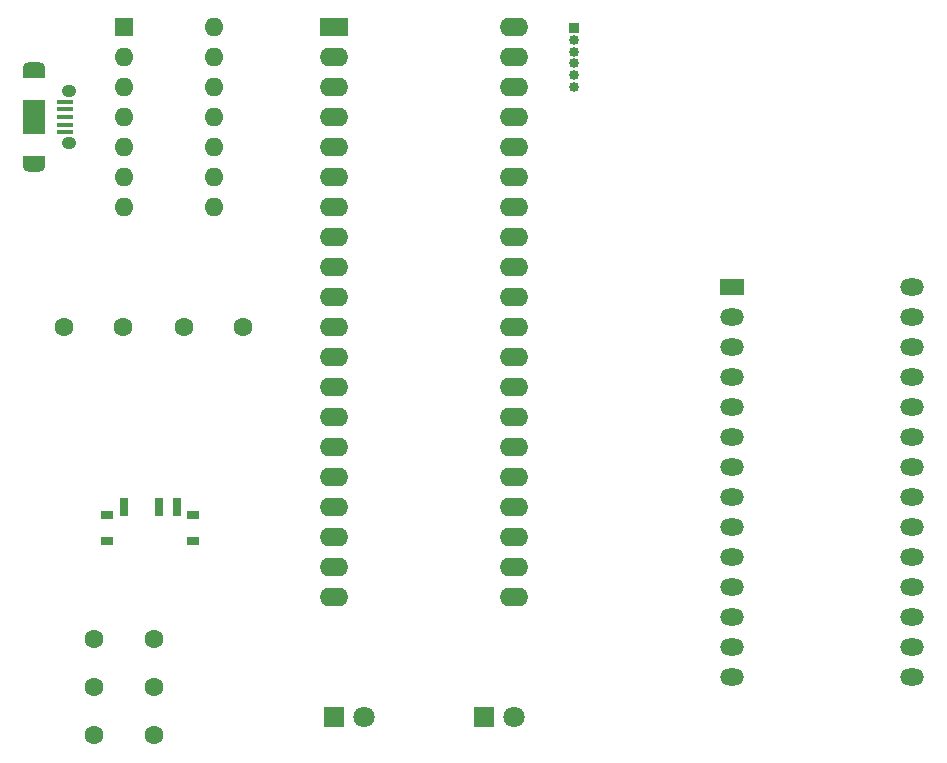
<source format=gbr>
%TF.GenerationSoftware,KiCad,Pcbnew,7.0.5-0*%
%TF.CreationDate,2023-06-15T01:07:24+01:00*%
%TF.ProjectId,EEPROM Programmer,45455052-4f4d-4205-9072-6f6772616d6d,rev?*%
%TF.SameCoordinates,Original*%
%TF.FileFunction,Copper,L1,Top*%
%TF.FilePolarity,Positive*%
%FSLAX46Y46*%
G04 Gerber Fmt 4.6, Leading zero omitted, Abs format (unit mm)*
G04 Created by KiCad (PCBNEW 7.0.5-0) date 2023-06-15 01:07:24*
%MOMM*%
%LPD*%
G01*
G04 APERTURE LIST*
%TA.AperFunction,ComponentPad*%
%ADD10R,2.400000X1.600000*%
%TD*%
%TA.AperFunction,ComponentPad*%
%ADD11O,2.400000X1.600000*%
%TD*%
%TA.AperFunction,ComponentPad*%
%ADD12C,1.600000*%
%TD*%
%TA.AperFunction,ComponentPad*%
%ADD13R,2.000000X1.440000*%
%TD*%
%TA.AperFunction,ComponentPad*%
%ADD14O,2.000000X1.440000*%
%TD*%
%TA.AperFunction,SMDPad,CuDef*%
%ADD15R,1.000000X0.800000*%
%TD*%
%TA.AperFunction,SMDPad,CuDef*%
%ADD16R,0.700000X1.500000*%
%TD*%
%TA.AperFunction,SMDPad,CuDef*%
%ADD17R,1.350000X0.400000*%
%TD*%
%TA.AperFunction,ComponentPad*%
%ADD18O,1.250000X1.050000*%
%TD*%
%TA.AperFunction,SMDPad,CuDef*%
%ADD19R,1.900000X0.875000*%
%TD*%
%TA.AperFunction,ComponentPad*%
%ADD20O,1.900000X1.000000*%
%TD*%
%TA.AperFunction,SMDPad,CuDef*%
%ADD21R,1.900000X2.900000*%
%TD*%
%TA.AperFunction,ComponentPad*%
%ADD22R,0.850000X0.850000*%
%TD*%
%TA.AperFunction,ComponentPad*%
%ADD23O,0.850000X0.850000*%
%TD*%
%TA.AperFunction,ComponentPad*%
%ADD24R,1.800000X1.800000*%
%TD*%
%TA.AperFunction,ComponentPad*%
%ADD25C,1.800000*%
%TD*%
%TA.AperFunction,ComponentPad*%
%ADD26R,1.600000X1.600000*%
%TD*%
%TA.AperFunction,ComponentPad*%
%ADD27O,1.600000X1.600000*%
%TD*%
G04 APERTURE END LIST*
D10*
%TO.P,U1,1,RE3/IOCE3/!MCLR!/VPP*%
%TO.N,/MCLR*%
X40640000Y-17780000D03*
D11*
%TO.P,U1,2,RA0/ANA0/C1IN0-/C2IN0-/CLCIN0/IOCA0*%
%TO.N,/A0*%
X40640000Y-20320000D03*
%TO.P,U1,3,RA1/ANA1/C1IN1-/C2IN1-/CLCIN1/IOCA1*%
%TO.N,/A1*%
X40640000Y-22860000D03*
%TO.P,U1,4,RA2/ANA2/VREF-/DAC1OUT1/C1IN0+/C2IN0+/IOCA2*%
%TO.N,/A2*%
X40640000Y-25400000D03*
%TO.P,U1,5,RA3/ANA3/VREF+/C1IN1+/MDCARL/IOCA3*%
%TO.N,/A3*%
X40640000Y-27940000D03*
%TO.P,U1,6,RA4/ANA4/MDCARH/T0CKI/CCP5/IOCA4*%
%TO.N,/A4*%
X40640000Y-30480000D03*
%TO.P,U1,7,RA5/ANA5/SS1/MDSRC/IOCA5*%
%TO.N,/A5*%
X40640000Y-33020000D03*
%TO.P,U1,8,RE0/ANE0*%
%TO.N,Net-(U1-RE0{slash}ANE0)*%
X40640000Y-35560000D03*
%TO.P,U1,9,RE1/ANE1*%
%TO.N,Net-(U1-RE1{slash}ANE1)*%
X40640000Y-38100000D03*
%TO.P,U1,10,RE2/ANE2*%
%TO.N,Net-(U1-RE2{slash}ANE2)*%
X40640000Y-40640000D03*
%TO.P,U1,11,VDD*%
%TO.N,+5V*%
X40640000Y-43180000D03*
%TO.P,U1,12,VSS*%
%TO.N,GND*%
X40640000Y-45720000D03*
%TO.P,U1,13,RA7/ANA7/IOCA7/OSC1_CLKIN*%
%TO.N,/A7*%
X40640000Y-48260000D03*
%TO.P,U1,14,RA6/ANA6/IOCA6/OSC2_CLKOUT*%
%TO.N,/A6*%
X40640000Y-50800000D03*
%TO.P,U1,15,RC0/ANC0/T1CKI/T3CKI/T3G/SMTWIN1/IOCC0/SOSCO*%
%TO.N,/A8*%
X40640000Y-53340000D03*
%TO.P,U1,16,RC1/ANC1/SMTSIG1/CCP2/IOCC1/SOSCI*%
%TO.N,/A9*%
X40640000Y-55880000D03*
%TO.P,U1,17,RC2/ANC2/T5CKI/CCP1/IOCC2*%
%TO.N,/A10*%
X40640000Y-58420000D03*
%TO.P,U1,18,RC3/ANC3/SCL1/SCK1/T2IN/IOCC3*%
%TO.N,/A11*%
X40640000Y-60960000D03*
%TO.P,U1,19,RD0/AND0*%
%TO.N,Net-(U1-RD0{slash}AND0)*%
X40640000Y-63500000D03*
%TO.P,U1,20,RD1/AND1*%
%TO.N,Net-(U1-RD1{slash}AND1)*%
X40640000Y-66040000D03*
%TO.P,U1,21,RD2/AND2*%
%TO.N,Net-(U1-RD2{slash}AND2)*%
X55880000Y-66040000D03*
%TO.P,U1,22,RD3/AND3*%
%TO.N,Net-(U1-RD3{slash}AND3)*%
X55880000Y-63500000D03*
%TO.P,U1,23,RC4/ANC4/SDA1/SDI1/IOCC4*%
%TO.N,/A12*%
X55880000Y-60960000D03*
%TO.P,U1,24,RC5/ANC5/T4IN/IOCC5*%
%TO.N,/A13*%
X55880000Y-58420000D03*
%TO.P,U1,25,RC6/ANC6/CK/IOCC6*%
%TO.N,/A14*%
X55880000Y-55880000D03*
%TO.P,U1,26,RC7/ANC7/RX/DT/IOCC7*%
%TO.N,unconnected-(U1-RC7{slash}ANC7{slash}RX{slash}DT{slash}IOCC7-Pad26)*%
X55880000Y-53340000D03*
%TO.P,U1,27,RD4/AND4*%
%TO.N,Net-(U1-RD4{slash}AND4)*%
X55880000Y-50800000D03*
%TO.P,U1,28,RD5/AND5*%
%TO.N,Net-(U1-RD5{slash}AND5)*%
X55880000Y-48260000D03*
%TO.P,U1,29,RD6/AND6*%
%TO.N,Net-(U1-RD6{slash}AND6)*%
X55880000Y-45720000D03*
%TO.P,U1,30,RD7/AND7*%
%TO.N,Net-(U1-RD7{slash}AND7)*%
X55880000Y-43180000D03*
%TO.P,U1,31,VSS*%
%TO.N,GND*%
X55880000Y-40640000D03*
%TO.P,U1,32,VDD*%
%TO.N,+5V*%
X55880000Y-38100000D03*
%TO.P,U1,33,RB0/ANB0/C2IN1+/ZCD/SS2/CCP4/CWG1IN//INT_IOCB0*%
%TO.N,unconnected-(U1-RB0{slash}ANB0{slash}C2IN1+{slash}ZCD{slash}SS2{slash}CCP4{slash}CWG1IN{slash}{slash}INT_IOCB0-Pad33)*%
X55880000Y-35560000D03*
%TO.P,U1,34,RB1/ANB1/C1IN3-/C2IN3-/SCL2/SCK2/CWG2IN/IOCB1*%
%TO.N,unconnected-(U1-RB1{slash}ANB1{slash}C1IN3-{slash}C2IN3-{slash}SCL2{slash}SCK2{slash}CWG2IN{slash}IOCB1-Pad34)*%
X55880000Y-33020000D03*
%TO.P,U1,35,RB2/ANB2/SDA2/SDI2/CWG3IN/IOCB2*%
%TO.N,unconnected-(U1-RB2{slash}ANB2{slash}SDA2{slash}SDI2{slash}CWG3IN{slash}IOCB2-Pad35)*%
X55880000Y-30480000D03*
%TO.P,U1,36,RB3/ANB3/C1IN2-/C2IN2-/IOCB3*%
%TO.N,unconnected-(U1-RB3{slash}ANB3{slash}C1IN2-{slash}C2IN2-{slash}IOCB3-Pad36)*%
X55880000Y-27940000D03*
%TO.P,U1,37,RB4/ANB4/ADCACT/T5G/SMTWIN2/IOCB4*%
%TO.N,Net-(U1-RB4{slash}ANB4{slash}ADCACT{slash}T5G{slash}SMTWIN2{slash}IOCB4)*%
X55880000Y-25400000D03*
%TO.P,U1,38,RB5/ANB5/T1G/SMTSIG2/CCP3/IOCB5*%
%TO.N,Net-(U1-RB5{slash}ANB5{slash}T1G{slash}SMTSIG2{slash}CCP3{slash}IOCB5)*%
X55880000Y-22860000D03*
%TO.P,U1,39,RB6/ANB6/CLCIN2/IOCB6/ICSPCLK*%
%TO.N,/ICSPCLK*%
X55880000Y-20320000D03*
%TO.P,U1,40,RB7/ANB7/DAC1OUT2/T6IN/CLCIN3/IOCB7/ICSPDAT*%
%TO.N,/ICSPDAT*%
X55880000Y-17780000D03*
%TD*%
D12*
%TO.P,C3,1*%
%TO.N,+5V*%
X27940000Y-43180000D03*
%TO.P,C3,2*%
%TO.N,GND*%
X32940000Y-43180000D03*
%TD*%
%TO.P,C2,1*%
%TO.N,+5V*%
X17780000Y-43180000D03*
%TO.P,C2,2*%
%TO.N,GND*%
X22780000Y-43180000D03*
%TD*%
D13*
%TO.P,U2,1,A14*%
%TO.N,unconnected-(U2-A14-Pad1)*%
X74387500Y-39770000D03*
D14*
%TO.P,U2,2,A12*%
%TO.N,unconnected-(U2-A12-Pad2)*%
X74387500Y-42310000D03*
%TO.P,U2,3,A7*%
%TO.N,unconnected-(U2-A7-Pad3)*%
X74387500Y-44850000D03*
%TO.P,U2,4,A6*%
%TO.N,unconnected-(U2-A6-Pad4)*%
X74387500Y-47390000D03*
%TO.P,U2,5,A5*%
%TO.N,unconnected-(U2-A5-Pad5)*%
X74387500Y-49930000D03*
%TO.P,U2,6,A4*%
%TO.N,unconnected-(U2-A4-Pad6)*%
X74387500Y-52470000D03*
%TO.P,U2,7,A3*%
%TO.N,unconnected-(U2-A3-Pad7)*%
X74387500Y-55010000D03*
%TO.P,U2,8,A2*%
%TO.N,unconnected-(U2-A2-Pad8)*%
X74387500Y-57550000D03*
%TO.P,U2,9,A1*%
%TO.N,unconnected-(U2-A1-Pad9)*%
X74387500Y-60090000D03*
%TO.P,U2,10,A0*%
%TO.N,unconnected-(U2-A0-Pad10)*%
X74387500Y-62630000D03*
%TO.P,U2,11,IO0*%
%TO.N,Net-(U1-RD0{slash}AND0)*%
X74387500Y-65170000D03*
%TO.P,U2,12,IO1*%
%TO.N,Net-(U1-RD1{slash}AND1)*%
X74387500Y-67710000D03*
%TO.P,U2,13,IO2*%
%TO.N,Net-(U1-RD2{slash}AND2)*%
X74387500Y-70250000D03*
%TO.P,U2,14,GND*%
%TO.N,GND*%
X74387500Y-72790000D03*
%TO.P,U2,15,IO3*%
%TO.N,Net-(U1-RD3{slash}AND3)*%
X89627500Y-72790000D03*
%TO.P,U2,16,IO4*%
%TO.N,Net-(U1-RD4{slash}AND4)*%
X89627500Y-70250000D03*
%TO.P,U2,17,IO5*%
%TO.N,Net-(U1-RD5{slash}AND5)*%
X89627500Y-67710000D03*
%TO.P,U2,18,IO6*%
%TO.N,Net-(U1-RD6{slash}AND6)*%
X89627500Y-65170000D03*
%TO.P,U2,19,IO7*%
%TO.N,Net-(U1-RD7{slash}AND7)*%
X89627500Y-62630000D03*
%TO.P,U2,20,~{CE}*%
%TO.N,Net-(U1-RE1{slash}ANE1)*%
X89627500Y-60090000D03*
%TO.P,U2,21,A10*%
%TO.N,unconnected-(U2-A10-Pad21)*%
X89627500Y-57550000D03*
%TO.P,U2,22,~{OE}*%
%TO.N,Net-(U1-RE2{slash}ANE2)*%
X89627500Y-55010000D03*
%TO.P,U2,23,A11*%
%TO.N,unconnected-(U2-A11-Pad23)*%
X89627500Y-52470000D03*
%TO.P,U2,24,A9*%
%TO.N,unconnected-(U2-A9-Pad24)*%
X89627500Y-49930000D03*
%TO.P,U2,25,A8*%
%TO.N,unconnected-(U2-A8-Pad25)*%
X89627500Y-47390000D03*
%TO.P,U2,26,A13*%
%TO.N,unconnected-(U2-A13-Pad26)*%
X89627500Y-44850000D03*
%TO.P,U2,27,~{WE}*%
%TO.N,Net-(U1-RE0{slash}ANE0)*%
X89627500Y-42310000D03*
%TO.P,U2,28,VCC*%
%TO.N,+5V*%
X89627500Y-39770000D03*
%TD*%
D15*
%TO.P,SW1,*%
%TO.N,*%
X28760000Y-59070000D03*
X21460000Y-61280000D03*
X28760000Y-61280000D03*
X21460000Y-59070000D03*
D16*
%TO.P,SW1,1,1*%
%TO.N,/MCLR*%
X22860000Y-58420000D03*
%TO.P,SW1,2,2*%
%TO.N,GND*%
X25860000Y-58420000D03*
%TO.P,SW1,3*%
%TO.N,N/C*%
X27360000Y-58420000D03*
%TD*%
D12*
%TO.P,R3,1*%
%TO.N,Net-(D2-K)*%
X20320000Y-77750000D03*
%TO.P,R3,2*%
%TO.N,GND*%
X25400000Y-77750000D03*
%TD*%
%TO.P,R2,1*%
%TO.N,Net-(D1-K)*%
X20320000Y-73660000D03*
%TO.P,R2,2*%
%TO.N,GND*%
X25400000Y-73660000D03*
%TD*%
%TO.P,R1,1*%
%TO.N,+5V*%
X20320000Y-69570000D03*
%TO.P,R1,2*%
%TO.N,/MCLR*%
X25400000Y-69570000D03*
%TD*%
D17*
%TO.P,J2,1,VBUS*%
%TO.N,+5V*%
X17915000Y-26700000D03*
%TO.P,J2,2,D-*%
%TO.N,Net-(J2-D-)*%
X17915000Y-26050000D03*
%TO.P,J2,3,D+*%
%TO.N,Net-(J2-D+)*%
X17915000Y-25400000D03*
%TO.P,J2,4,ID*%
%TO.N,GND*%
X17915000Y-24750000D03*
%TO.P,J2,5,GND*%
X17915000Y-24100000D03*
D18*
%TO.P,J2,6,Shield*%
X18240000Y-27625000D03*
D19*
X15240000Y-21662500D03*
D20*
X15240000Y-21225000D03*
D18*
X18240000Y-23175000D03*
D20*
X15240000Y-29575000D03*
D19*
X15240000Y-29137500D03*
D21*
X15240000Y-25400000D03*
%TD*%
D22*
%TO.P,J1,1,Pin_1*%
%TO.N,/MCLR*%
X60960000Y-17860000D03*
D23*
%TO.P,J1,2,Pin_2*%
%TO.N,+5V*%
X60960000Y-18860000D03*
%TO.P,J1,3,Pin_3*%
%TO.N,GND*%
X60960000Y-19860000D03*
%TO.P,J1,4,Pin_4*%
%TO.N,/ICSPDAT*%
X60960000Y-20860000D03*
%TO.P,J1,5,Pin_5*%
%TO.N,/ICSPCLK*%
X60960000Y-21860000D03*
%TO.P,J1,6,Pin_6*%
%TO.N,/LVP*%
X60960000Y-22860000D03*
%TD*%
D24*
%TO.P,D2,1,K*%
%TO.N,Net-(D2-K)*%
X53340000Y-76200000D03*
D25*
%TO.P,D2,2,A*%
%TO.N,Net-(D2-A)*%
X55880000Y-76200000D03*
%TD*%
D24*
%TO.P,D1,1,K*%
%TO.N,Net-(D1-K)*%
X40640000Y-76200000D03*
D25*
%TO.P,D1,2,A*%
%TO.N,Net-(D1-A)*%
X43180000Y-76200000D03*
%TD*%
D26*
%TO.P,U3,1,VDD*%
%TO.N,+5V*%
X22860000Y-17780000D03*
D27*
%TO.P,U3,2,GP0*%
%TO.N,Net-(D2-A)*%
X22860000Y-20320000D03*
%TO.P,U3,3,GP1*%
%TO.N,unconnected-(U3-GP1-Pad3)*%
X22860000Y-22860000D03*
%TO.P,U3,4,~{RST}*%
%TO.N,unconnected-(U3-~{RST}-Pad4)*%
X22860000Y-25400000D03*
%TO.P,U3,5,URx*%
%TO.N,Net-(U1-RB5{slash}ANB5{slash}T1G{slash}SMTSIG2{slash}CCP3{slash}IOCB5)*%
X22860000Y-27940000D03*
%TO.P,U3,6,UTx*%
%TO.N,Net-(U1-RB4{slash}ANB4{slash}ADCACT{slash}T5G{slash}SMTWIN2{slash}IOCB4)*%
X22860000Y-30480000D03*
%TO.P,U3,7,GP2*%
%TO.N,Net-(D1-A)*%
X22860000Y-33020000D03*
%TO.P,U3,8,GP3*%
%TO.N,unconnected-(U3-GP3-Pad8)*%
X30480000Y-33020000D03*
%TO.P,U3,9,SDA*%
%TO.N,unconnected-(U3-SDA-Pad9)*%
X30480000Y-30480000D03*
%TO.P,U3,10,SCL*%
%TO.N,unconnected-(U3-SCL-Pad10)*%
X30480000Y-27940000D03*
%TO.P,U3,11,VUSB*%
%TO.N,+5V*%
X30480000Y-25400000D03*
%TO.P,U3,12,D-*%
%TO.N,Net-(J2-D-)*%
X30480000Y-22860000D03*
%TO.P,U3,13,D+*%
%TO.N,Net-(J2-D+)*%
X30480000Y-20320000D03*
%TO.P,U3,14,VSS*%
%TO.N,GND*%
X30480000Y-17780000D03*
%TD*%
M02*

</source>
